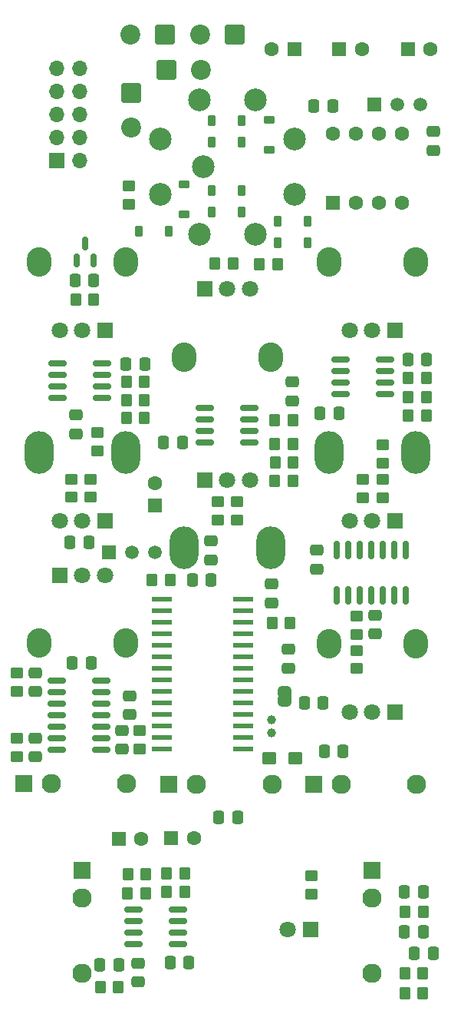
<source format=gbr>
%TF.GenerationSoftware,KiCad,Pcbnew,9.0.6*%
%TF.CreationDate,2025-12-30T09:15:01+01:00*%
%TF.ProjectId,FV1 V3,46563120-5633-42e6-9b69-6361645f7063,rev?*%
%TF.SameCoordinates,Original*%
%TF.FileFunction,Soldermask,Top*%
%TF.FilePolarity,Negative*%
%FSLAX46Y46*%
G04 Gerber Fmt 4.6, Leading zero omitted, Abs format (unit mm)*
G04 Created by KiCad (PCBNEW 9.0.6) date 2025-12-30 09:15:01*
%MOMM*%
%LPD*%
G01*
G04 APERTURE LIST*
G04 Aperture macros list*
%AMRoundRect*
0 Rectangle with rounded corners*
0 $1 Rounding radius*
0 $2 $3 $4 $5 $6 $7 $8 $9 X,Y pos of 4 corners*
0 Add a 4 corners polygon primitive as box body*
4,1,4,$2,$3,$4,$5,$6,$7,$8,$9,$2,$3,0*
0 Add four circle primitives for the rounded corners*
1,1,$1+$1,$2,$3*
1,1,$1+$1,$4,$5*
1,1,$1+$1,$6,$7*
1,1,$1+$1,$8,$9*
0 Add four rect primitives between the rounded corners*
20,1,$1+$1,$2,$3,$4,$5,0*
20,1,$1+$1,$4,$5,$6,$7,0*
20,1,$1+$1,$6,$7,$8,$9,0*
20,1,$1+$1,$8,$9,$2,$3,0*%
%AMFreePoly0*
4,1,23,0.500000,-0.750000,0.000000,-0.750000,0.000000,-0.745722,-0.065263,-0.745722,-0.191342,-0.711940,-0.304381,-0.646677,-0.396677,-0.554381,-0.461940,-0.441342,-0.495722,-0.315263,-0.495722,-0.250000,-0.500000,-0.250000,-0.500000,0.250000,-0.495722,0.250000,-0.495722,0.315263,-0.461940,0.441342,-0.396677,0.554381,-0.304381,0.646677,-0.191342,0.711940,-0.065263,0.745722,0.000000,0.745722,
0.000000,0.750000,0.500000,0.750000,0.500000,-0.750000,0.500000,-0.750000,$1*%
%AMFreePoly1*
4,1,23,0.000000,0.745722,0.065263,0.745722,0.191342,0.711940,0.304381,0.646677,0.396677,0.554381,0.461940,0.441342,0.495722,0.315263,0.495722,0.250000,0.500000,0.250000,0.500000,-0.250000,0.495722,-0.250000,0.495722,-0.315263,0.461940,-0.441342,0.396677,-0.554381,0.304381,-0.646677,0.191342,-0.711940,0.065263,-0.745722,0.000000,-0.745722,0.000000,-0.750000,-0.500000,-0.750000,
-0.500000,0.750000,0.000000,0.750000,0.000000,0.745722,0.000000,0.745722,$1*%
G04 Aperture macros list end*
%ADD10RoundRect,0.250000X0.350000X0.450000X-0.350000X0.450000X-0.350000X-0.450000X0.350000X-0.450000X0*%
%ADD11RoundRect,0.250000X0.337500X0.475000X-0.337500X0.475000X-0.337500X-0.475000X0.337500X-0.475000X0*%
%ADD12RoundRect,0.225000X-0.225000X-0.375000X0.225000X-0.375000X0.225000X0.375000X-0.225000X0.375000X0*%
%ADD13RoundRect,0.150000X-0.825000X-0.150000X0.825000X-0.150000X0.825000X0.150000X-0.825000X0.150000X0*%
%ADD14RoundRect,0.250000X-0.337500X-0.475000X0.337500X-0.475000X0.337500X0.475000X-0.337500X0.475000X0*%
%ADD15RoundRect,0.250000X-0.550000X-0.550000X0.550000X-0.550000X0.550000X0.550000X-0.550000X0.550000X0*%
%ADD16C,1.600000*%
%ADD17RoundRect,0.249999X-0.850001X-0.850001X0.850001X-0.850001X0.850001X0.850001X-0.850001X0.850001X0*%
%ADD18C,2.200000*%
%ADD19RoundRect,0.250000X-0.475000X0.337500X-0.475000X-0.337500X0.475000X-0.337500X0.475000X0.337500X0*%
%ADD20RoundRect,0.250000X-0.350000X-0.450000X0.350000X-0.450000X0.350000X0.450000X-0.350000X0.450000X0*%
%ADD21RoundRect,0.250000X0.450000X-0.350000X0.450000X0.350000X-0.450000X0.350000X-0.450000X-0.350000X0*%
%ADD22R,1.500000X1.500000*%
%ADD23C,1.500000*%
%ADD24C,1.000000*%
%ADD25RoundRect,0.250000X0.475000X-0.337500X0.475000X0.337500X-0.475000X0.337500X-0.475000X-0.337500X0*%
%ADD26RoundRect,0.249999X0.850001X0.850001X-0.850001X0.850001X-0.850001X-0.850001X0.850001X-0.850001X0*%
%ADD27RoundRect,0.250000X0.545000X0.445000X-0.545000X0.445000X-0.545000X-0.445000X0.545000X-0.445000X0*%
%ADD28RoundRect,0.225000X-0.375000X0.225000X-0.375000X-0.225000X0.375000X-0.225000X0.375000X0.225000X0*%
%ADD29RoundRect,0.250000X0.550000X-0.550000X0.550000X0.550000X-0.550000X0.550000X-0.550000X-0.550000X0*%
%ADD30RoundRect,0.250000X0.550000X0.550000X-0.550000X0.550000X-0.550000X-0.550000X0.550000X-0.550000X0*%
%ADD31R,1.700000X1.700000*%
%ADD32O,1.700000X1.700000*%
%ADD33R,2.200000X0.500000*%
%ADD34RoundRect,0.250000X-0.450000X0.350000X-0.450000X-0.350000X0.450000X-0.350000X0.450000X0.350000X0*%
%ADD35RoundRect,0.225000X0.375000X-0.225000X0.375000X0.225000X-0.375000X0.225000X-0.375000X-0.225000X0*%
%ADD36RoundRect,0.249999X-0.850001X0.850001X-0.850001X-0.850001X0.850001X-0.850001X0.850001X0.850001X0*%
%ADD37FreePoly0,270.000000*%
%ADD38FreePoly1,270.000000*%
%ADD39RoundRect,0.150000X0.150000X-0.825000X0.150000X0.825000X-0.150000X0.825000X-0.150000X-0.825000X0*%
%ADD40RoundRect,0.150000X0.150000X-0.587500X0.150000X0.587500X-0.150000X0.587500X-0.150000X-0.587500X0*%
%ADD41O,3.200000X4.700000*%
%ADD42R,1.800000X1.800000*%
%ADD43C,1.800000*%
%ADD44O,2.720000X3.240000*%
%ADD45R,1.930000X1.830000*%
%ADD46C,2.130000*%
%ADD47R,1.830000X1.930000*%
%ADD48C,2.500000*%
G04 APERTURE END LIST*
%TO.C,JP5*%
G36*
X174100000Y-112900000D02*
G01*
X172600000Y-112900000D01*
X172600000Y-113200000D01*
X174100000Y-113200000D01*
X174100000Y-112900000D01*
G37*
%TD*%
D10*
%TO.C,R23*%
X157847500Y-80410000D03*
X155847500Y-80410000D03*
%TD*%
D11*
%TO.C,C12*%
X179787500Y-119100000D03*
X177712500Y-119100000D03*
%TD*%
D12*
%TO.C,D6*%
X172547500Y-63100000D03*
X175847500Y-63100000D03*
%TD*%
D13*
%TO.C,U3*%
X179480000Y-75950000D03*
X179480000Y-77220000D03*
X179480000Y-78490000D03*
X179480000Y-79760000D03*
X184430000Y-79760000D03*
X184430000Y-78490000D03*
X184430000Y-77220000D03*
X184430000Y-75950000D03*
%TD*%
D14*
%TO.C,C30*%
X177212500Y-81890000D03*
X179287500Y-81890000D03*
%TD*%
D15*
%TO.C,C5*%
X160800000Y-128700000D03*
D16*
X163300000Y-128700000D03*
%TD*%
D17*
%TO.C,D3*%
X160242818Y-44040000D03*
D18*
X164052818Y-44040000D03*
%TD*%
D11*
%TO.C,C25*%
X168140000Y-126380000D03*
X166065000Y-126380000D03*
%TD*%
D10*
%TO.C,R53*%
X158030000Y-132650000D03*
X156030000Y-132650000D03*
%TD*%
%TO.C,R19*%
X188945000Y-80071666D03*
X186945000Y-80071666D03*
%TD*%
D19*
%TO.C,C10*%
X176900000Y-96962500D03*
X176900000Y-99037500D03*
%TD*%
D20*
%TO.C,R54*%
X160290000Y-132590000D03*
X162290000Y-132590000D03*
%TD*%
D21*
%TO.C,R6*%
X151930000Y-91100000D03*
X151930000Y-89100000D03*
%TD*%
%TO.C,R28*%
X157340000Y-118840000D03*
X157340000Y-116840000D03*
%TD*%
D10*
%TO.C,R14*%
X188945000Y-82145000D03*
X186945000Y-82145000D03*
%TD*%
D15*
%TO.C,C4*%
X186917621Y-41720000D03*
D16*
X189417621Y-41720000D03*
%TD*%
D14*
%TO.C,C13*%
X175482500Y-113760000D03*
X177557500Y-113760000D03*
%TD*%
D22*
%TO.C,U7*%
X153960000Y-97160000D03*
D23*
X156500000Y-97160000D03*
X159040000Y-97160000D03*
%TD*%
D10*
%TO.C,R41*%
X173950000Y-104950000D03*
X171950000Y-104950000D03*
%TD*%
D24*
%TO.C,Y1*%
X171900000Y-117100000D03*
X171900000Y-115600000D03*
%TD*%
D25*
%TO.C,C11*%
X183300000Y-106187500D03*
X183300000Y-104112500D03*
%TD*%
D10*
%TO.C,R16*%
X157847500Y-82400000D03*
X155847500Y-82400000D03*
%TD*%
D13*
%TO.C,U14*%
X156615000Y-136545000D03*
X156615000Y-137815000D03*
X156615000Y-139085000D03*
X156615000Y-140355000D03*
X161565000Y-140355000D03*
X161565000Y-139085000D03*
X161565000Y-137815000D03*
X161565000Y-136545000D03*
%TD*%
D11*
%TO.C,C2*%
X151707500Y-96070000D03*
X149632500Y-96070000D03*
%TD*%
D14*
%TO.C,C29*%
X186907500Y-75895000D03*
X188982500Y-75895000D03*
%TD*%
D12*
%TO.C,D9*%
X165292500Y-59700000D03*
X168592500Y-59700000D03*
%TD*%
D20*
%TO.C,R52*%
X158690000Y-100240000D03*
X160690000Y-100240000D03*
%TD*%
D14*
%TO.C,C32*%
X152952500Y-142610000D03*
X155027500Y-142610000D03*
%TD*%
%TO.C,C20*%
X186562500Y-139014000D03*
X188637500Y-139014000D03*
%TD*%
D10*
%TO.C,R11*%
X174250000Y-89300000D03*
X172250000Y-89300000D03*
%TD*%
D26*
%TO.C,FB1*%
X160100000Y-40150000D03*
D18*
X156290000Y-40150000D03*
%TD*%
D27*
%TO.C,C24*%
X174490000Y-119850000D03*
X171610000Y-119850000D03*
%TD*%
D28*
%TO.C,D4*%
X162240000Y-56622500D03*
X162240000Y-59922500D03*
%TD*%
D21*
%TO.C,R35*%
X176320000Y-134850000D03*
X176320000Y-132850000D03*
%TD*%
D25*
%TO.C,C26*%
X156200000Y-115087500D03*
X156200000Y-113012500D03*
%TD*%
D19*
%TO.C,C41*%
X189780000Y-50825000D03*
X189780000Y-52900000D03*
%TD*%
D12*
%TO.C,D5*%
X157210000Y-61830000D03*
X160510000Y-61830000D03*
%TD*%
D29*
%TO.C,C1*%
X158980000Y-92050000D03*
D16*
X158980000Y-89550000D03*
%TD*%
D30*
%TO.C,C21*%
X174390000Y-41720000D03*
D16*
X171890000Y-41720000D03*
%TD*%
D31*
%TO.C,J2*%
X148210000Y-54000000D03*
D32*
X150750000Y-54000000D03*
X148210000Y-51460000D03*
X150750000Y-51460000D03*
X148210000Y-48920000D03*
X150750000Y-48920000D03*
X148210000Y-46380000D03*
X150750000Y-46380000D03*
X148210000Y-43840000D03*
X150750000Y-43840000D03*
%TD*%
D10*
%TO.C,R15*%
X174270000Y-87280000D03*
X172270000Y-87280000D03*
%TD*%
D14*
%TO.C,C34*%
X160662500Y-142380000D03*
X162737500Y-142380000D03*
%TD*%
D20*
%TO.C,R48*%
X186590000Y-145780000D03*
X188590000Y-145780000D03*
%TD*%
D11*
%TO.C,C3*%
X178647500Y-47960000D03*
X176572500Y-47960000D03*
%TD*%
D33*
%TO.C,U1*%
X168720000Y-118860000D03*
X168720000Y-117590000D03*
X168720000Y-116320000D03*
X168720000Y-115050000D03*
X168720000Y-113780000D03*
X168720000Y-112510000D03*
X168720000Y-111240000D03*
X168720000Y-109970000D03*
X168720000Y-108700000D03*
X168720000Y-107430000D03*
X168720000Y-106160000D03*
X168720000Y-104890000D03*
X168720000Y-103620000D03*
X168720000Y-102350000D03*
X159800000Y-102350000D03*
X159800000Y-103620000D03*
X159800000Y-104890000D03*
X159800000Y-106160000D03*
X159800000Y-107430000D03*
X159800000Y-108700000D03*
X159800000Y-109970000D03*
X159800000Y-111240000D03*
X159800000Y-112510000D03*
X159800000Y-113780000D03*
X159800000Y-115050000D03*
X159800000Y-116320000D03*
X159800000Y-117590000D03*
X159800000Y-118860000D03*
%TD*%
D34*
%TO.C,R3*%
X181950000Y-89150000D03*
X181950000Y-91150000D03*
%TD*%
D13*
%TO.C,U11*%
X164495000Y-81245000D03*
X164495000Y-82515000D03*
X164495000Y-83785000D03*
X164495000Y-85055000D03*
X169445000Y-85055000D03*
X169445000Y-83785000D03*
X169445000Y-82515000D03*
X169445000Y-81245000D03*
%TD*%
D15*
%TO.C,C19*%
X179360000Y-41720000D03*
D16*
X181860000Y-41720000D03*
%TD*%
D19*
%TO.C,C16*%
X173700000Y-107862500D03*
X173700000Y-109937500D03*
%TD*%
D10*
%TO.C,R58*%
X162270000Y-134610000D03*
X160270000Y-134610000D03*
%TD*%
D25*
%TO.C,C9*%
X155360000Y-118877500D03*
X155360000Y-116802500D03*
%TD*%
D21*
%TO.C,R27*%
X143790000Y-119700000D03*
X143790000Y-117700000D03*
%TD*%
D12*
%TO.C,D8*%
X165292500Y-57320000D03*
X168592500Y-57320000D03*
%TD*%
D21*
%TO.C,R2*%
X184150000Y-91150000D03*
X184150000Y-89150000D03*
%TD*%
D10*
%TO.C,R18*%
X188945000Y-77998333D03*
X186945000Y-77998333D03*
%TD*%
D25*
%TO.C,C35*%
X157150000Y-144547500D03*
X157150000Y-142472500D03*
%TD*%
D12*
%TO.C,D10*%
X165247500Y-49640000D03*
X168547500Y-49640000D03*
%TD*%
D14*
%TO.C,C22*%
X186562500Y-134586000D03*
X188637500Y-134586000D03*
%TD*%
D25*
%TO.C,C27*%
X174200000Y-80487500D03*
X174200000Y-78412500D03*
%TD*%
D20*
%TO.C,R46*%
X186590000Y-143596000D03*
X188590000Y-143596000D03*
%TD*%
D14*
%TO.C,C28*%
X159972500Y-85040000D03*
X162047500Y-85040000D03*
%TD*%
D20*
%TO.C,R38*%
X165610000Y-65380000D03*
X167610000Y-65380000D03*
%TD*%
D21*
%TO.C,R44*%
X181300000Y-110000000D03*
X181300000Y-108000000D03*
%TD*%
D14*
%TO.C,C15*%
X163152500Y-100240000D03*
X165227500Y-100240000D03*
%TD*%
%TO.C,C18*%
X187662500Y-141400000D03*
X189737500Y-141400000D03*
%TD*%
D34*
%TO.C,R39*%
X156130000Y-56800000D03*
X156130000Y-58800000D03*
%TD*%
D35*
%TO.C,D12*%
X171620000Y-52820000D03*
X171620000Y-49520000D03*
%TD*%
D36*
%TO.C,FB2*%
X156390000Y-46522818D03*
D18*
X156390000Y-50332818D03*
%TD*%
D21*
%TO.C,R42*%
X181300000Y-106200000D03*
X181300000Y-104200000D03*
%TD*%
D12*
%TO.C,D7*%
X172560000Y-60710000D03*
X175860000Y-60710000D03*
%TD*%
D15*
%TO.C,C23*%
X155000000Y-128800000D03*
D16*
X157500000Y-128800000D03*
%TD*%
D37*
%TO.C,JP5*%
X173350000Y-112400000D03*
D38*
X173350000Y-113700000D03*
%TD*%
D34*
%TO.C,R26*%
X143800000Y-110500000D03*
X143800000Y-112500000D03*
%TD*%
D39*
%TO.C,U4*%
X179100000Y-101900000D03*
X180370000Y-101900000D03*
X181640000Y-101900000D03*
X182910000Y-101900000D03*
X184180000Y-101900000D03*
X185450000Y-101900000D03*
X186720000Y-101900000D03*
X186720000Y-96950000D03*
X185450000Y-96950000D03*
X184180000Y-96950000D03*
X182910000Y-96950000D03*
X181640000Y-96950000D03*
X180370000Y-96950000D03*
X179100000Y-96950000D03*
%TD*%
D21*
%TO.C,R4*%
X165920000Y-93620000D03*
X165920000Y-91620000D03*
%TD*%
D10*
%TO.C,R22*%
X157847500Y-78420000D03*
X155847500Y-78420000D03*
%TD*%
D19*
%TO.C,C7*%
X145790000Y-110462500D03*
X145790000Y-112537500D03*
%TD*%
D13*
%TO.C,U8*%
X148155000Y-111280000D03*
X148155000Y-112550000D03*
X148155000Y-113820000D03*
X148155000Y-115090000D03*
X148155000Y-116360000D03*
X148155000Y-117630000D03*
X148155000Y-118900000D03*
X153105000Y-118900000D03*
X153105000Y-117630000D03*
X153105000Y-116360000D03*
X153105000Y-115090000D03*
X153105000Y-113820000D03*
X153105000Y-112550000D03*
X153105000Y-111280000D03*
%TD*%
D40*
%TO.C,U6*%
X150370000Y-64985000D03*
X152270000Y-64985000D03*
X151320000Y-63110000D03*
%TD*%
D11*
%TO.C,C6*%
X152267500Y-67225000D03*
X150192500Y-67225000D03*
%TD*%
D12*
%TO.C,D11*%
X165247500Y-51980000D03*
X168547500Y-51980000D03*
%TD*%
D26*
%TO.C,D2*%
X167820000Y-40110000D03*
D18*
X164010000Y-40110000D03*
%TD*%
D10*
%TO.C,R21*%
X174250000Y-85260000D03*
X172250000Y-85260000D03*
%TD*%
D34*
%TO.C,R10*%
X184150000Y-85320000D03*
X184150000Y-87320000D03*
%TD*%
D25*
%TO.C,C14*%
X165170000Y-98027500D03*
X165170000Y-95952500D03*
%TD*%
%TO.C,C8*%
X145800000Y-119737500D03*
X145800000Y-117662500D03*
%TD*%
D14*
%TO.C,C40*%
X149862500Y-109400000D03*
X151937500Y-109400000D03*
%TD*%
D10*
%TO.C,R20*%
X174250000Y-82580000D03*
X172250000Y-82580000D03*
%TD*%
D34*
%TO.C,R7*%
X149800000Y-89100000D03*
X149800000Y-91100000D03*
%TD*%
%TO.C,R5*%
X168100000Y-91622500D03*
X168100000Y-93622500D03*
%TD*%
D25*
%TO.C,C17*%
X171900000Y-102750000D03*
X171900000Y-100675000D03*
%TD*%
D14*
%TO.C,C38*%
X155810000Y-76400000D03*
X157885000Y-76400000D03*
%TD*%
D20*
%TO.C,R50*%
X186600000Y-136800000D03*
X188600000Y-136800000D03*
%TD*%
D22*
%TO.C,U9*%
X183200000Y-47850000D03*
D23*
X185740000Y-47850000D03*
X188280000Y-47850000D03*
%TD*%
D20*
%TO.C,R1*%
X150250000Y-69345000D03*
X152250000Y-69345000D03*
%TD*%
D29*
%TO.C,U2*%
X178660000Y-58690000D03*
D16*
X181200000Y-58690000D03*
X183740000Y-58690000D03*
X186280000Y-58690000D03*
X186280000Y-51070000D03*
X183740000Y-51070000D03*
X181200000Y-51070000D03*
X178660000Y-51070000D03*
%TD*%
D13*
%TO.C,U12*%
X148245000Y-76395000D03*
X148245000Y-77665000D03*
X148245000Y-78935000D03*
X148245000Y-80205000D03*
X153195000Y-80205000D03*
X153195000Y-78935000D03*
X153195000Y-77665000D03*
X153195000Y-76395000D03*
%TD*%
D10*
%TO.C,R62*%
X154960000Y-145130000D03*
X152960000Y-145130000D03*
%TD*%
D34*
%TO.C,R12*%
X152630000Y-83980000D03*
X152630000Y-85980000D03*
%TD*%
D25*
%TO.C,C39*%
X150250000Y-84137500D03*
X150250000Y-82062500D03*
%TD*%
D20*
%TO.C,R40*%
X170550000Y-65390000D03*
X172550000Y-65390000D03*
%TD*%
%TO.C,R57*%
X156000000Y-134800000D03*
X158000000Y-134800000D03*
%TD*%
D41*
%TO.C,RV1*%
X178200000Y-86200000D03*
X187800000Y-86200000D03*
D42*
X185500000Y-93700000D03*
D43*
X183000000Y-93700000D03*
X180500000Y-93700000D03*
%TD*%
D41*
%TO.C,RV2*%
X171800000Y-96700000D03*
X162200000Y-96700000D03*
D42*
X164500000Y-89200000D03*
D43*
X167000000Y-89200000D03*
X169500000Y-89200000D03*
%TD*%
D44*
%TO.C,RV6*%
X171800000Y-75680000D03*
X162200000Y-75680000D03*
D42*
X164500000Y-68180000D03*
D43*
X167000000Y-68180000D03*
X169500000Y-68180000D03*
%TD*%
D44*
%TO.C,RV7*%
X146200000Y-65200000D03*
X155800000Y-65200000D03*
D42*
X153500000Y-72700000D03*
D43*
X151000000Y-72700000D03*
X148500000Y-72700000D03*
%TD*%
D45*
%TO.C,J1*%
X183000000Y-132200000D03*
D46*
X183000000Y-143600000D03*
X183000000Y-135300000D03*
%TD*%
D45*
%TO.C,J3*%
X151000000Y-132200000D03*
D46*
X151000000Y-143600000D03*
X151000000Y-135300000D03*
%TD*%
D47*
%TO.C,J5*%
X160520000Y-122760000D03*
D46*
X171920000Y-122760000D03*
X163620000Y-122760000D03*
%TD*%
D44*
%TO.C,RV9*%
X155800000Y-107200000D03*
X146200000Y-107200000D03*
D42*
X148500000Y-99700000D03*
D43*
X151000000Y-99700000D03*
X153500000Y-99700000D03*
%TD*%
D41*
%TO.C,RV3*%
X146200000Y-86200000D03*
X155800000Y-86200000D03*
D42*
X153500000Y-93700000D03*
D43*
X151000000Y-93700000D03*
X148500000Y-93700000D03*
%TD*%
D44*
%TO.C,RV5*%
X178200000Y-65200000D03*
X187800000Y-65200000D03*
D42*
X185500000Y-72700000D03*
D43*
X183000000Y-72700000D03*
X180500000Y-72700000D03*
%TD*%
D48*
%TO.C,SW1*%
X163939000Y-47309000D03*
X159609000Y-51639000D03*
X159609000Y-57761000D03*
X163939000Y-62091000D03*
X170061000Y-62091000D03*
X174391000Y-57761000D03*
X174391000Y-51639000D03*
X170061000Y-47309000D03*
X164350000Y-54700000D03*
%TD*%
D47*
%TO.C,J6*%
X144510000Y-122700000D03*
D46*
X155910000Y-122700000D03*
X147610000Y-122700000D03*
%TD*%
D44*
%TO.C,RV4*%
X178190000Y-107280000D03*
X187790000Y-107280000D03*
D42*
X185490000Y-114780000D03*
D43*
X182990000Y-114780000D03*
X180490000Y-114780000D03*
%TD*%
D42*
%TO.C,D1*%
X176175000Y-138770000D03*
D43*
X173635000Y-138770000D03*
%TD*%
D47*
%TO.C,J4*%
X176510000Y-122740000D03*
D46*
X187910000Y-122740000D03*
X179610000Y-122740000D03*
%TD*%
M02*

</source>
